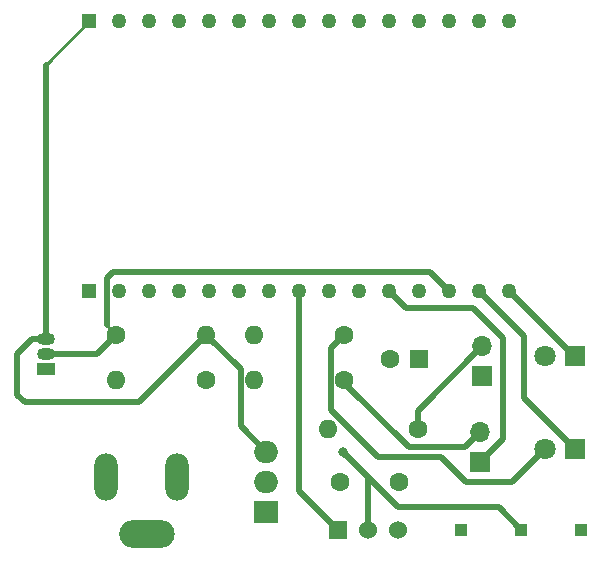
<source format=gbr>
%TF.GenerationSoftware,KiCad,Pcbnew,(6.0.2)*%
%TF.CreationDate,2022-03-19T12:25:46-03:00*%
%TF.ProjectId,ThermalControl,54686572-6d61-46c4-936f-6e74726f6c2e,rev?*%
%TF.SameCoordinates,Original*%
%TF.FileFunction,Copper,L1,Top*%
%TF.FilePolarity,Positive*%
%FSLAX46Y46*%
G04 Gerber Fmt 4.6, Leading zero omitted, Abs format (unit mm)*
G04 Created by KiCad (PCBNEW (6.0.2)) date 2022-03-19 12:25:46*
%MOMM*%
%LPD*%
G01*
G04 APERTURE LIST*
%TA.AperFunction,ComponentPad*%
%ADD10R,1.270000X1.270000*%
%TD*%
%TA.AperFunction,ComponentPad*%
%ADD11C,1.270000*%
%TD*%
%TA.AperFunction,ComponentPad*%
%ADD12O,2.000000X1.905000*%
%TD*%
%TA.AperFunction,ComponentPad*%
%ADD13R,2.000000X1.905000*%
%TD*%
%TA.AperFunction,ComponentPad*%
%ADD14R,1.524000X1.524000*%
%TD*%
%TA.AperFunction,ComponentPad*%
%ADD15C,1.524000*%
%TD*%
%TA.AperFunction,ComponentPad*%
%ADD16R,1.500000X1.050000*%
%TD*%
%TA.AperFunction,ComponentPad*%
%ADD17O,1.500000X1.050000*%
%TD*%
%TA.AperFunction,ComponentPad*%
%ADD18C,1.600000*%
%TD*%
%TA.AperFunction,ComponentPad*%
%ADD19O,1.600000X1.600000*%
%TD*%
%TA.AperFunction,ComponentPad*%
%ADD20C,1.800000*%
%TD*%
%TA.AperFunction,ComponentPad*%
%ADD21R,1.800000X1.800000*%
%TD*%
%TA.AperFunction,ComponentPad*%
%ADD22R,1.000000X1.000000*%
%TD*%
%TA.AperFunction,ComponentPad*%
%ADD23O,4.700000X2.350000*%
%TD*%
%TA.AperFunction,ComponentPad*%
%ADD24O,2.000000X4.000000*%
%TD*%
%TA.AperFunction,ComponentPad*%
%ADD25R,1.600000X1.600000*%
%TD*%
%TA.AperFunction,ComponentPad*%
%ADD26R,1.700000X1.700000*%
%TD*%
%TA.AperFunction,ComponentPad*%
%ADD27O,1.700000X1.700000*%
%TD*%
%TA.AperFunction,ViaPad*%
%ADD28C,0.800000*%
%TD*%
%TA.AperFunction,Conductor*%
%ADD29C,0.500000*%
%TD*%
%TA.AperFunction,Conductor*%
%ADD30C,0.250000*%
%TD*%
G04 APERTURE END LIST*
D10*
%TO.P,U1,1,Vin*%
%TO.N,Net-(C2-Pad1)*%
X63500000Y-45720000D03*
D11*
%TO.P,U1,2,GND*%
%TO.N,GND*%
X66040000Y-45720000D03*
%TO.P,U1,3,RST*%
%TO.N,unconnected-(U1-Pad3)*%
X68580000Y-45720000D03*
%TO.P,U1,4,EN*%
%TO.N,unconnected-(U1-Pad4)*%
X71120000Y-45720000D03*
%TO.P,U1,5,3V3*%
%TO.N,unconnected-(U1-Pad5)*%
X73660000Y-45720000D03*
%TO.P,U1,6,GND*%
%TO.N,GND*%
X76200000Y-45720000D03*
%TO.P,U1,7,CLK*%
%TO.N,unconnected-(U1-Pad7)*%
X78740000Y-45720000D03*
%TO.P,U1,8,SD0*%
%TO.N,unconnected-(U1-Pad8)*%
X81280000Y-45720000D03*
%TO.P,U1,9,CMD*%
%TO.N,unconnected-(U1-Pad9)*%
X83820000Y-45720000D03*
%TO.P,U1,10,SD1*%
%TO.N,unconnected-(U1-Pad10)*%
X86360000Y-45720000D03*
%TO.P,U1,11,SD2*%
%TO.N,unconnected-(U1-Pad11)*%
X88900000Y-45720000D03*
%TO.P,U1,12,SD3*%
%TO.N,unconnected-(U1-Pad12)*%
X91440000Y-45720000D03*
%TO.P,U1,13,RSV*%
%TO.N,unconnected-(U1-Pad13)*%
X93980000Y-45720000D03*
%TO.P,U1,14,RSV*%
%TO.N,unconnected-(U1-Pad14)*%
X96520000Y-45720000D03*
%TO.P,U1,15,A0*%
%TO.N,unconnected-(U1-Pad15)*%
X99060000Y-45720000D03*
D10*
%TO.P,U1,16,3V3*%
%TO.N,unconnected-(U1-Pad16)*%
X63500000Y-68580000D03*
D11*
%TO.P,U1,17,GND*%
%TO.N,GND*%
X66040000Y-68580000D03*
%TO.P,U1,18,TX*%
%TO.N,unconnected-(U1-Pad18)*%
X68580000Y-68580000D03*
%TO.P,U1,19,RX*%
%TO.N,unconnected-(U1-Pad19)*%
X71120000Y-68580000D03*
%TO.P,U1,20,D8*%
%TO.N,unconnected-(U1-Pad20)*%
X73660000Y-68580000D03*
%TO.P,U1,21,D7*%
%TO.N,unconnected-(U1-Pad21)*%
X76200000Y-68580000D03*
%TO.P,U1,22,D6*%
%TO.N,unconnected-(U1-Pad22)*%
X78740000Y-68580000D03*
%TO.P,U1,23,D5*%
%TO.N,Net-(U1-Pad23)*%
X81280000Y-68580000D03*
%TO.P,U1,24,GND*%
%TO.N,GND*%
X83820000Y-68580000D03*
%TO.P,U1,25,3V3*%
%TO.N,unconnected-(U1-Pad25)*%
X86360000Y-68580000D03*
%TO.P,U1,26,D4*%
%TO.N,Net-(BTN2-Pad1)*%
X88900000Y-68580000D03*
%TO.P,U1,27,D3*%
%TO.N,Net-(BTN1-Pad1)*%
X91440000Y-68580000D03*
%TO.P,U1,28,D2*%
%TO.N,Net-(R3-Pad1)*%
X93980000Y-68580000D03*
%TO.P,U1,29,D1*%
%TO.N,Net-(C_LED1-Pad1)*%
X96520000Y-68580000D03*
%TO.P,U1,30,D0*%
%TO.N,Net-(P_LED1-Pad1)*%
X99060000Y-68580000D03*
%TD*%
D12*
%TO.P,Vreg1,3,OUT*%
%TO.N,Net-(C2-Pad1)*%
X78486000Y-82169000D03*
%TO.P,Vreg1,2,GND*%
%TO.N,GND*%
X78486000Y-84709000D03*
D13*
%TO.P,Vreg1,1,IN*%
%TO.N,Net-(C1-Pad1)*%
X78486000Y-87249000D03*
%TD*%
D14*
%TO.P,U2,1,S*%
%TO.N,Net-(U1-Pad23)*%
X84582000Y-88773000D03*
D15*
%TO.P,U2,2,VCC*%
%TO.N,Net-(C2-Pad1)*%
X87122000Y-88773000D03*
%TO.P,U2,3,GND*%
%TO.N,GND*%
X89662000Y-88773000D03*
%TD*%
D16*
%TO.P,SENSOR1,1,GND*%
%TO.N,GND*%
X59817000Y-75184000D03*
D17*
%TO.P,SENSOR1,2,DQ*%
%TO.N,Net-(R3-Pad1)*%
X59817000Y-73914000D03*
%TO.P,SENSOR1,3,VDD*%
%TO.N,Net-(C2-Pad1)*%
X59817000Y-72644000D03*
%TD*%
D18*
%TO.P,R5,1*%
%TO.N,Net-(P_LED1-Pad2)*%
X73406000Y-76073000D03*
D19*
%TO.P,R5,2*%
%TO.N,GND*%
X65786000Y-76073000D03*
%TD*%
D18*
%TO.P,R4,1*%
%TO.N,Net-(C_LED1-Pad2)*%
X85090000Y-72263000D03*
D19*
%TO.P,R4,2*%
%TO.N,GND*%
X77470000Y-72263000D03*
%TD*%
%TO.P,R3,2*%
%TO.N,Net-(C2-Pad1)*%
X73406000Y-72263000D03*
D18*
%TO.P,R3,1*%
%TO.N,Net-(R3-Pad1)*%
X65786000Y-72263000D03*
%TD*%
%TO.P,R2,1*%
%TO.N,Net-(BTN2-Pad2)*%
X85090000Y-76073000D03*
D19*
%TO.P,R2,2*%
%TO.N,GND*%
X77470000Y-76073000D03*
%TD*%
D18*
%TO.P,R1,1*%
%TO.N,Net-(BTN1-Pad2)*%
X91313000Y-80264000D03*
D19*
%TO.P,R1,2*%
%TO.N,GND*%
X83693000Y-80264000D03*
%TD*%
D20*
%TO.P,P_LED1,2,A*%
%TO.N,Net-(P_LED1-Pad2)*%
X102108000Y-74041000D03*
D21*
%TO.P,P_LED1,1,K*%
%TO.N,Net-(P_LED1-Pad1)*%
X104648000Y-74041000D03*
%TD*%
D22*
%TO.P,J4,1,Pin_1*%
%TO.N,Net-(C1-Pad1)*%
X94996000Y-88773000D03*
%TD*%
D23*
%TO.P,J3,2*%
%TO.N,unconnected-(J3-Pad2)*%
X68393000Y-89128000D03*
D24*
%TO.P,J3,3*%
%TO.N,GND*%
X64893000Y-84328000D03*
%TO.P,J3,4*%
%TO.N,Net-(C1-Pad1)*%
X70893000Y-84328000D03*
%TD*%
D22*
%TO.P,J2,1,Pin_1*%
%TO.N,GND*%
X105156000Y-88773000D03*
%TD*%
%TO.P,J1,1,Pin_1*%
%TO.N,Net-(C2-Pad1)*%
X100076000Y-88773000D03*
%TD*%
D21*
%TO.P,C_LED1,1,K*%
%TO.N,Net-(C_LED1-Pad1)*%
X104648000Y-81915000D03*
D20*
%TO.P,C_LED1,2,A*%
%TO.N,Net-(C_LED1-Pad2)*%
X102108000Y-81915000D03*
%TD*%
D25*
%TO.P,C2,1*%
%TO.N,Net-(C2-Pad1)*%
X91440000Y-74295000D03*
D18*
%TO.P,C2,2*%
%TO.N,GND*%
X88940000Y-74295000D03*
%TD*%
%TO.P,C1,2*%
%TO.N,GND*%
X84749000Y-84709000D03*
%TO.P,C1,1*%
%TO.N,Net-(C1-Pad1)*%
X89749000Y-84709000D03*
%TD*%
D26*
%TO.P,BTN2,1,Pin_1*%
%TO.N,Net-(BTN2-Pad1)*%
X96622000Y-83038000D03*
D27*
%TO.P,BTN2,2,Pin_2*%
%TO.N,Net-(BTN2-Pad2)*%
X96622000Y-80498000D03*
%TD*%
D26*
%TO.P,BTN1,1,Pin_1*%
%TO.N,Net-(BTN1-Pad1)*%
X96749000Y-75799000D03*
D27*
%TO.P,BTN1,2,Pin_2*%
%TO.N,Net-(BTN1-Pad2)*%
X96749000Y-73259000D03*
%TD*%
D28*
%TO.N,Net-(C2-Pad1)*%
X84963000Y-82169000D03*
%TD*%
D29*
%TO.N,Net-(C2-Pad1)*%
X58674000Y-72644000D02*
X59817000Y-72644000D01*
X57404000Y-73914000D02*
X58674000Y-72644000D01*
X58039000Y-77978000D02*
X57404000Y-77343000D01*
X67691000Y-77978000D02*
X58039000Y-77978000D01*
X57404000Y-77343000D02*
X57404000Y-73914000D01*
X73406000Y-72263000D02*
X67691000Y-77978000D01*
X98171000Y-86868000D02*
X89662000Y-86868000D01*
X100076000Y-88773000D02*
X98171000Y-86868000D01*
X89662000Y-86868000D02*
X87122000Y-84328000D01*
X87122000Y-84328000D02*
X84963000Y-82169000D01*
X87122000Y-88773000D02*
X87122000Y-84328000D01*
%TO.N,Net-(U1-Pad23)*%
X81280000Y-85471000D02*
X81280000Y-68580000D01*
X84582000Y-88773000D02*
X81280000Y-85471000D01*
%TO.N,Net-(C_LED1-Pad2)*%
X99314000Y-84709000D02*
X102108000Y-81915000D01*
X87942480Y-82608480D02*
X93276480Y-82608480D01*
X95377000Y-84709000D02*
X99314000Y-84709000D01*
X83947000Y-78613000D02*
X87942480Y-82608480D01*
X83947000Y-73406000D02*
X83947000Y-78613000D01*
X93276480Y-82608480D02*
X95377000Y-84709000D01*
X85090000Y-72263000D02*
X83947000Y-73406000D01*
%TO.N,Net-(C_LED1-Pad1)*%
X100330000Y-72390000D02*
X96520000Y-68580000D01*
X100330000Y-77597000D02*
X100330000Y-72390000D01*
X104648000Y-81915000D02*
X100330000Y-77597000D01*
%TO.N,Net-(BTN2-Pad1)*%
X98552000Y-72517000D02*
X96012000Y-69977000D01*
X90297000Y-69977000D02*
X88900000Y-68580000D01*
X98552000Y-81108000D02*
X98552000Y-72517000D01*
X96622000Y-83038000D02*
X98552000Y-81108000D01*
X96012000Y-69977000D02*
X90297000Y-69977000D01*
%TO.N,Net-(BTN2-Pad2)*%
X95332000Y-81788000D02*
X96622000Y-80498000D01*
X90551000Y-81788000D02*
X95332000Y-81788000D01*
X85090000Y-76327000D02*
X90551000Y-81788000D01*
D30*
X85090000Y-76073000D02*
X85090000Y-76327000D01*
D29*
%TO.N,Net-(P_LED1-Pad1)*%
X104521000Y-74041000D02*
X99060000Y-68580000D01*
D30*
X104648000Y-74041000D02*
X104521000Y-74041000D01*
D29*
%TO.N,Net-(R3-Pad1)*%
X65532000Y-66929000D02*
X92329000Y-66929000D01*
X64986001Y-67474999D02*
X65532000Y-66929000D01*
X92329000Y-66929000D02*
X93980000Y-68580000D01*
X64986001Y-71463001D02*
X64986001Y-67474999D01*
D30*
X65786000Y-72263000D02*
X64986001Y-71463001D01*
D29*
X64135000Y-73914000D02*
X65786000Y-72263000D01*
X59817000Y-73914000D02*
X64135000Y-73914000D01*
D30*
%TO.N,Net-(C2-Pad1)*%
X59817000Y-49403000D02*
X63500000Y-45720000D01*
D29*
X59817000Y-72644000D02*
X59817000Y-49403000D01*
X76345489Y-75202489D02*
X73406000Y-72263000D01*
X78486000Y-82169000D02*
X76345489Y-80028489D01*
X76345489Y-80028489D02*
X76345489Y-75202489D01*
D30*
X84963000Y-82169000D02*
X84963000Y-82550000D01*
D29*
%TO.N,Net-(BTN1-Pad2)*%
X91313000Y-78695000D02*
X96749000Y-73259000D01*
X91313000Y-80264000D02*
X91313000Y-78695000D01*
D30*
%TO.N,Net-(C1-Pad1)*%
X70893000Y-83969000D02*
X70761000Y-83969000D01*
%TD*%
M02*

</source>
